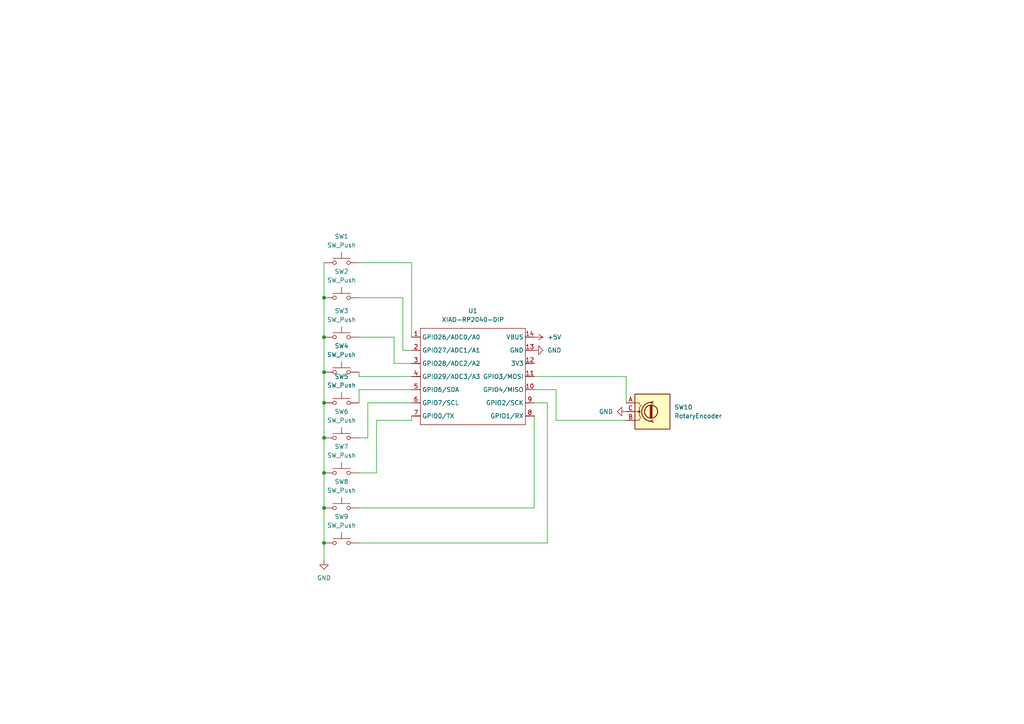
<source format=kicad_sch>
(kicad_sch
	(version 20250114)
	(generator "eeschema")
	(generator_version "9.0")
	(uuid "fee9e498-aafe-401a-86bb-339ffc72bf77")
	(paper "A4")
	(lib_symbols
		(symbol "Device:RotaryEncoder"
			(pin_names
				(offset 0.254)
				(hide yes)
			)
			(exclude_from_sim no)
			(in_bom yes)
			(on_board yes)
			(property "Reference" "SW"
				(at 0 6.604 0)
				(effects
					(font
						(size 1.27 1.27)
					)
				)
			)
			(property "Value" "RotaryEncoder"
				(at 0 -6.604 0)
				(effects
					(font
						(size 1.27 1.27)
					)
				)
			)
			(property "Footprint" ""
				(at -3.81 4.064 0)
				(effects
					(font
						(size 1.27 1.27)
					)
					(hide yes)
				)
			)
			(property "Datasheet" "~"
				(at 0 6.604 0)
				(effects
					(font
						(size 1.27 1.27)
					)
					(hide yes)
				)
			)
			(property "Description" "Rotary encoder, dual channel, incremental quadrate outputs"
				(at 0 0 0)
				(effects
					(font
						(size 1.27 1.27)
					)
					(hide yes)
				)
			)
			(property "ki_keywords" "rotary switch encoder"
				(at 0 0 0)
				(effects
					(font
						(size 1.27 1.27)
					)
					(hide yes)
				)
			)
			(property "ki_fp_filters" "RotaryEncoder*"
				(at 0 0 0)
				(effects
					(font
						(size 1.27 1.27)
					)
					(hide yes)
				)
			)
			(symbol "RotaryEncoder_0_1"
				(rectangle
					(start -5.08 5.08)
					(end 5.08 -5.08)
					(stroke
						(width 0.254)
						(type default)
					)
					(fill
						(type background)
					)
				)
				(polyline
					(pts
						(xy -5.08 2.54) (xy -3.81 2.54) (xy -3.81 2.032)
					)
					(stroke
						(width 0)
						(type default)
					)
					(fill
						(type none)
					)
				)
				(polyline
					(pts
						(xy -5.08 0) (xy -3.81 0) (xy -3.81 -1.016) (xy -3.302 -2.032)
					)
					(stroke
						(width 0)
						(type default)
					)
					(fill
						(type none)
					)
				)
				(polyline
					(pts
						(xy -5.08 -2.54) (xy -3.81 -2.54) (xy -3.81 -2.032)
					)
					(stroke
						(width 0)
						(type default)
					)
					(fill
						(type none)
					)
				)
				(polyline
					(pts
						(xy -4.318 0) (xy -3.81 0) (xy -3.81 1.016) (xy -3.302 2.032)
					)
					(stroke
						(width 0)
						(type default)
					)
					(fill
						(type none)
					)
				)
				(circle
					(center -3.81 0)
					(radius 0.254)
					(stroke
						(width 0)
						(type default)
					)
					(fill
						(type outline)
					)
				)
				(polyline
					(pts
						(xy -0.635 -1.778) (xy -0.635 1.778)
					)
					(stroke
						(width 0.254)
						(type default)
					)
					(fill
						(type none)
					)
				)
				(circle
					(center -0.381 0)
					(radius 1.905)
					(stroke
						(width 0.254)
						(type default)
					)
					(fill
						(type none)
					)
				)
				(polyline
					(pts
						(xy -0.381 -1.778) (xy -0.381 1.778)
					)
					(stroke
						(width 0.254)
						(type default)
					)
					(fill
						(type none)
					)
				)
				(arc
					(start -0.381 -2.794)
					(mid -3.0988 -0.0635)
					(end -0.381 2.667)
					(stroke
						(width 0.254)
						(type default)
					)
					(fill
						(type none)
					)
				)
				(polyline
					(pts
						(xy -0.127 1.778) (xy -0.127 -1.778)
					)
					(stroke
						(width 0.254)
						(type default)
					)
					(fill
						(type none)
					)
				)
				(polyline
					(pts
						(xy 0.254 2.921) (xy -0.508 2.667) (xy 0.127 2.286)
					)
					(stroke
						(width 0.254)
						(type default)
					)
					(fill
						(type none)
					)
				)
				(polyline
					(pts
						(xy 0.254 -3.048) (xy -0.508 -2.794) (xy 0.127 -2.413)
					)
					(stroke
						(width 0.254)
						(type default)
					)
					(fill
						(type none)
					)
				)
			)
			(symbol "RotaryEncoder_1_1"
				(pin passive line
					(at -7.62 2.54 0)
					(length 2.54)
					(name "A"
						(effects
							(font
								(size 1.27 1.27)
							)
						)
					)
					(number "A"
						(effects
							(font
								(size 1.27 1.27)
							)
						)
					)
				)
				(pin passive line
					(at -7.62 0 0)
					(length 2.54)
					(name "C"
						(effects
							(font
								(size 1.27 1.27)
							)
						)
					)
					(number "C"
						(effects
							(font
								(size 1.27 1.27)
							)
						)
					)
				)
				(pin passive line
					(at -7.62 -2.54 0)
					(length 2.54)
					(name "B"
						(effects
							(font
								(size 1.27 1.27)
							)
						)
					)
					(number "B"
						(effects
							(font
								(size 1.27 1.27)
							)
						)
					)
				)
			)
			(embedded_fonts no)
		)
		(symbol "OPL:XIAO-RP2040-DIP"
			(exclude_from_sim no)
			(in_bom yes)
			(on_board yes)
			(property "Reference" "U"
				(at 0 0 0)
				(effects
					(font
						(size 1.27 1.27)
					)
				)
			)
			(property "Value" "XIAO-RP2040-DIP"
				(at 5.334 -1.778 0)
				(effects
					(font
						(size 1.27 1.27)
					)
				)
			)
			(property "Footprint" "Module:MOUDLE14P-XIAO-DIP-SMD"
				(at 14.478 -32.258 0)
				(effects
					(font
						(size 1.27 1.27)
					)
					(hide yes)
				)
			)
			(property "Datasheet" ""
				(at 0 0 0)
				(effects
					(font
						(size 1.27 1.27)
					)
					(hide yes)
				)
			)
			(property "Description" ""
				(at 0 0 0)
				(effects
					(font
						(size 1.27 1.27)
					)
					(hide yes)
				)
			)
			(symbol "XIAO-RP2040-DIP_1_0"
				(polyline
					(pts
						(xy -1.27 -2.54) (xy 29.21 -2.54)
					)
					(stroke
						(width 0.1524)
						(type solid)
					)
					(fill
						(type none)
					)
				)
				(polyline
					(pts
						(xy -1.27 -5.08) (xy -2.54 -5.08)
					)
					(stroke
						(width 0.1524)
						(type solid)
					)
					(fill
						(type none)
					)
				)
				(polyline
					(pts
						(xy -1.27 -5.08) (xy -1.27 -2.54)
					)
					(stroke
						(width 0.1524)
						(type solid)
					)
					(fill
						(type none)
					)
				)
				(polyline
					(pts
						(xy -1.27 -8.89) (xy -2.54 -8.89)
					)
					(stroke
						(width 0.1524)
						(type solid)
					)
					(fill
						(type none)
					)
				)
				(polyline
					(pts
						(xy -1.27 -8.89) (xy -1.27 -5.08)
					)
					(stroke
						(width 0.1524)
						(type solid)
					)
					(fill
						(type none)
					)
				)
				(polyline
					(pts
						(xy -1.27 -12.7) (xy -2.54 -12.7)
					)
					(stroke
						(width 0.1524)
						(type solid)
					)
					(fill
						(type none)
					)
				)
				(polyline
					(pts
						(xy -1.27 -12.7) (xy -1.27 -8.89)
					)
					(stroke
						(width 0.1524)
						(type solid)
					)
					(fill
						(type none)
					)
				)
				(polyline
					(pts
						(xy -1.27 -16.51) (xy -2.54 -16.51)
					)
					(stroke
						(width 0.1524)
						(type solid)
					)
					(fill
						(type none)
					)
				)
				(polyline
					(pts
						(xy -1.27 -16.51) (xy -1.27 -12.7)
					)
					(stroke
						(width 0.1524)
						(type solid)
					)
					(fill
						(type none)
					)
				)
				(polyline
					(pts
						(xy -1.27 -20.32) (xy -2.54 -20.32)
					)
					(stroke
						(width 0.1524)
						(type solid)
					)
					(fill
						(type none)
					)
				)
				(polyline
					(pts
						(xy -1.27 -24.13) (xy -2.54 -24.13)
					)
					(stroke
						(width 0.1524)
						(type solid)
					)
					(fill
						(type none)
					)
				)
				(polyline
					(pts
						(xy -1.27 -27.94) (xy -2.54 -27.94)
					)
					(stroke
						(width 0.1524)
						(type solid)
					)
					(fill
						(type none)
					)
				)
				(polyline
					(pts
						(xy -1.27 -30.48) (xy -1.27 -16.51)
					)
					(stroke
						(width 0.1524)
						(type solid)
					)
					(fill
						(type none)
					)
				)
				(polyline
					(pts
						(xy 29.21 -2.54) (xy 29.21 -5.08)
					)
					(stroke
						(width 0.1524)
						(type solid)
					)
					(fill
						(type none)
					)
				)
				(polyline
					(pts
						(xy 29.21 -5.08) (xy 29.21 -8.89)
					)
					(stroke
						(width 0.1524)
						(type solid)
					)
					(fill
						(type none)
					)
				)
				(polyline
					(pts
						(xy 29.21 -8.89) (xy 29.21 -12.7)
					)
					(stroke
						(width 0.1524)
						(type solid)
					)
					(fill
						(type none)
					)
				)
				(polyline
					(pts
						(xy 29.21 -12.7) (xy 29.21 -30.48)
					)
					(stroke
						(width 0.1524)
						(type solid)
					)
					(fill
						(type none)
					)
				)
				(polyline
					(pts
						(xy 29.21 -30.48) (xy -1.27 -30.48)
					)
					(stroke
						(width 0.1524)
						(type solid)
					)
					(fill
						(type none)
					)
				)
				(polyline
					(pts
						(xy 30.48 -5.08) (xy 29.21 -5.08)
					)
					(stroke
						(width 0.1524)
						(type solid)
					)
					(fill
						(type none)
					)
				)
				(polyline
					(pts
						(xy 30.48 -8.89) (xy 29.21 -8.89)
					)
					(stroke
						(width 0.1524)
						(type solid)
					)
					(fill
						(type none)
					)
				)
				(polyline
					(pts
						(xy 30.48 -12.7) (xy 29.21 -12.7)
					)
					(stroke
						(width 0.1524)
						(type solid)
					)
					(fill
						(type none)
					)
				)
				(polyline
					(pts
						(xy 30.48 -16.51) (xy 29.21 -16.51)
					)
					(stroke
						(width 0.1524)
						(type solid)
					)
					(fill
						(type none)
					)
				)
				(polyline
					(pts
						(xy 30.48 -20.32) (xy 29.21 -20.32)
					)
					(stroke
						(width 0.1524)
						(type solid)
					)
					(fill
						(type none)
					)
				)
				(polyline
					(pts
						(xy 30.48 -24.13) (xy 29.21 -24.13)
					)
					(stroke
						(width 0.1524)
						(type solid)
					)
					(fill
						(type none)
					)
				)
				(polyline
					(pts
						(xy 30.48 -27.94) (xy 29.21 -27.94)
					)
					(stroke
						(width 0.1524)
						(type solid)
					)
					(fill
						(type none)
					)
				)
				(pin passive line
					(at -3.81 -5.08 0)
					(length 2.54)
					(name "GPIO26/ADC0/A0"
						(effects
							(font
								(size 1.27 1.27)
							)
						)
					)
					(number "1"
						(effects
							(font
								(size 1.27 1.27)
							)
						)
					)
				)
				(pin passive line
					(at -3.81 -8.89 0)
					(length 2.54)
					(name "GPIO27/ADC1/A1"
						(effects
							(font
								(size 1.27 1.27)
							)
						)
					)
					(number "2"
						(effects
							(font
								(size 1.27 1.27)
							)
						)
					)
				)
				(pin passive line
					(at -3.81 -12.7 0)
					(length 2.54)
					(name "GPIO28/ADC2/A2"
						(effects
							(font
								(size 1.27 1.27)
							)
						)
					)
					(number "3"
						(effects
							(font
								(size 1.27 1.27)
							)
						)
					)
				)
				(pin passive line
					(at -3.81 -16.51 0)
					(length 2.54)
					(name "GPIO29/ADC3/A3"
						(effects
							(font
								(size 1.27 1.27)
							)
						)
					)
					(number "4"
						(effects
							(font
								(size 1.27 1.27)
							)
						)
					)
				)
				(pin passive line
					(at -3.81 -20.32 0)
					(length 2.54)
					(name "GPIO6/SDA"
						(effects
							(font
								(size 1.27 1.27)
							)
						)
					)
					(number "5"
						(effects
							(font
								(size 1.27 1.27)
							)
						)
					)
				)
				(pin passive line
					(at -3.81 -24.13 0)
					(length 2.54)
					(name "GPIO7/SCL"
						(effects
							(font
								(size 1.27 1.27)
							)
						)
					)
					(number "6"
						(effects
							(font
								(size 1.27 1.27)
							)
						)
					)
				)
				(pin passive line
					(at -3.81 -27.94 0)
					(length 2.54)
					(name "GPIO0/TX"
						(effects
							(font
								(size 1.27 1.27)
							)
						)
					)
					(number "7"
						(effects
							(font
								(size 1.27 1.27)
							)
						)
					)
				)
				(pin passive line
					(at 31.75 -5.08 180)
					(length 2.54)
					(name "VBUS"
						(effects
							(font
								(size 1.27 1.27)
							)
						)
					)
					(number "14"
						(effects
							(font
								(size 1.27 1.27)
							)
						)
					)
				)
				(pin passive line
					(at 31.75 -8.89 180)
					(length 2.54)
					(name "GND"
						(effects
							(font
								(size 1.27 1.27)
							)
						)
					)
					(number "13"
						(effects
							(font
								(size 1.27 1.27)
							)
						)
					)
				)
				(pin passive line
					(at 31.75 -12.7 180)
					(length 2.54)
					(name "3V3"
						(effects
							(font
								(size 1.27 1.27)
							)
						)
					)
					(number "12"
						(effects
							(font
								(size 1.27 1.27)
							)
						)
					)
				)
				(pin passive line
					(at 31.75 -16.51 180)
					(length 2.54)
					(name "GPIO3/MOSI"
						(effects
							(font
								(size 1.27 1.27)
							)
						)
					)
					(number "11"
						(effects
							(font
								(size 1.27 1.27)
							)
						)
					)
				)
				(pin passive line
					(at 31.75 -20.32 180)
					(length 2.54)
					(name "GPIO4/MISO"
						(effects
							(font
								(size 1.27 1.27)
							)
						)
					)
					(number "10"
						(effects
							(font
								(size 1.27 1.27)
							)
						)
					)
				)
				(pin passive line
					(at 31.75 -24.13 180)
					(length 2.54)
					(name "GPIO2/SCK"
						(effects
							(font
								(size 1.27 1.27)
							)
						)
					)
					(number "9"
						(effects
							(font
								(size 1.27 1.27)
							)
						)
					)
				)
				(pin passive line
					(at 31.75 -27.94 180)
					(length 2.54)
					(name "GPIO1/RX"
						(effects
							(font
								(size 1.27 1.27)
							)
						)
					)
					(number "8"
						(effects
							(font
								(size 1.27 1.27)
							)
						)
					)
				)
			)
			(embedded_fonts no)
		)
		(symbol "Switch:SW_Push"
			(pin_numbers
				(hide yes)
			)
			(pin_names
				(offset 1.016)
				(hide yes)
			)
			(exclude_from_sim no)
			(in_bom yes)
			(on_board yes)
			(property "Reference" "SW"
				(at 1.27 2.54 0)
				(effects
					(font
						(size 1.27 1.27)
					)
					(justify left)
				)
			)
			(property "Value" "SW_Push"
				(at 0 -1.524 0)
				(effects
					(font
						(size 1.27 1.27)
					)
				)
			)
			(property "Footprint" ""
				(at 0 5.08 0)
				(effects
					(font
						(size 1.27 1.27)
					)
					(hide yes)
				)
			)
			(property "Datasheet" "~"
				(at 0 5.08 0)
				(effects
					(font
						(size 1.27 1.27)
					)
					(hide yes)
				)
			)
			(property "Description" "Push button switch, generic, two pins"
				(at 0 0 0)
				(effects
					(font
						(size 1.27 1.27)
					)
					(hide yes)
				)
			)
			(property "ki_keywords" "switch normally-open pushbutton push-button"
				(at 0 0 0)
				(effects
					(font
						(size 1.27 1.27)
					)
					(hide yes)
				)
			)
			(symbol "SW_Push_0_1"
				(circle
					(center -2.032 0)
					(radius 0.508)
					(stroke
						(width 0)
						(type default)
					)
					(fill
						(type none)
					)
				)
				(polyline
					(pts
						(xy 0 1.27) (xy 0 3.048)
					)
					(stroke
						(width 0)
						(type default)
					)
					(fill
						(type none)
					)
				)
				(circle
					(center 2.032 0)
					(radius 0.508)
					(stroke
						(width 0)
						(type default)
					)
					(fill
						(type none)
					)
				)
				(polyline
					(pts
						(xy 2.54 1.27) (xy -2.54 1.27)
					)
					(stroke
						(width 0)
						(type default)
					)
					(fill
						(type none)
					)
				)
				(pin passive line
					(at -5.08 0 0)
					(length 2.54)
					(name "1"
						(effects
							(font
								(size 1.27 1.27)
							)
						)
					)
					(number "1"
						(effects
							(font
								(size 1.27 1.27)
							)
						)
					)
				)
				(pin passive line
					(at 5.08 0 180)
					(length 2.54)
					(name "2"
						(effects
							(font
								(size 1.27 1.27)
							)
						)
					)
					(number "2"
						(effects
							(font
								(size 1.27 1.27)
							)
						)
					)
				)
			)
			(embedded_fonts no)
		)
		(symbol "power:+5V"
			(power)
			(pin_numbers
				(hide yes)
			)
			(pin_names
				(offset 0)
				(hide yes)
			)
			(exclude_from_sim no)
			(in_bom yes)
			(on_board yes)
			(property "Reference" "#PWR"
				(at 0 -3.81 0)
				(effects
					(font
						(size 1.27 1.27)
					)
					(hide yes)
				)
			)
			(property "Value" "+5V"
				(at 0 3.556 0)
				(effects
					(font
						(size 1.27 1.27)
					)
				)
			)
			(property "Footprint" ""
				(at 0 0 0)
				(effects
					(font
						(size 1.27 1.27)
					)
					(hide yes)
				)
			)
			(property "Datasheet" ""
				(at 0 0 0)
				(effects
					(font
						(size 1.27 1.27)
					)
					(hide yes)
				)
			)
			(property "Description" "Power symbol creates a global label with name \"+5V\""
				(at 0 0 0)
				(effects
					(font
						(size 1.27 1.27)
					)
					(hide yes)
				)
			)
			(property "ki_keywords" "global power"
				(at 0 0 0)
				(effects
					(font
						(size 1.27 1.27)
					)
					(hide yes)
				)
			)
			(symbol "+5V_0_1"
				(polyline
					(pts
						(xy -0.762 1.27) (xy 0 2.54)
					)
					(stroke
						(width 0)
						(type default)
					)
					(fill
						(type none)
					)
				)
				(polyline
					(pts
						(xy 0 2.54) (xy 0.762 1.27)
					)
					(stroke
						(width 0)
						(type default)
					)
					(fill
						(type none)
					)
				)
				(polyline
					(pts
						(xy 0 0) (xy 0 2.54)
					)
					(stroke
						(width 0)
						(type default)
					)
					(fill
						(type none)
					)
				)
			)
			(symbol "+5V_1_1"
				(pin power_in line
					(at 0 0 90)
					(length 0)
					(name "~"
						(effects
							(font
								(size 1.27 1.27)
							)
						)
					)
					(number "1"
						(effects
							(font
								(size 1.27 1.27)
							)
						)
					)
				)
			)
			(embedded_fonts no)
		)
		(symbol "power:GND"
			(power)
			(pin_numbers
				(hide yes)
			)
			(pin_names
				(offset 0)
				(hide yes)
			)
			(exclude_from_sim no)
			(in_bom yes)
			(on_board yes)
			(property "Reference" "#PWR"
				(at 0 -6.35 0)
				(effects
					(font
						(size 1.27 1.27)
					)
					(hide yes)
				)
			)
			(property "Value" "GND"
				(at 0 -3.81 0)
				(effects
					(font
						(size 1.27 1.27)
					)
				)
			)
			(property "Footprint" ""
				(at 0 0 0)
				(effects
					(font
						(size 1.27 1.27)
					)
					(hide yes)
				)
			)
			(property "Datasheet" ""
				(at 0 0 0)
				(effects
					(font
						(size 1.27 1.27)
					)
					(hide yes)
				)
			)
			(property "Description" "Power symbol creates a global label with name \"GND\" , ground"
				(at 0 0 0)
				(effects
					(font
						(size 1.27 1.27)
					)
					(hide yes)
				)
			)
			(property "ki_keywords" "global power"
				(at 0 0 0)
				(effects
					(font
						(size 1.27 1.27)
					)
					(hide yes)
				)
			)
			(symbol "GND_0_1"
				(polyline
					(pts
						(xy 0 0) (xy 0 -1.27) (xy 1.27 -1.27) (xy 0 -2.54) (xy -1.27 -1.27) (xy 0 -1.27)
					)
					(stroke
						(width 0)
						(type default)
					)
					(fill
						(type none)
					)
				)
			)
			(symbol "GND_1_1"
				(pin power_in line
					(at 0 0 270)
					(length 0)
					(name "~"
						(effects
							(font
								(size 1.27 1.27)
							)
						)
					)
					(number "1"
						(effects
							(font
								(size 1.27 1.27)
							)
						)
					)
				)
			)
			(embedded_fonts no)
		)
	)
	(junction
		(at 93.98 116.84)
		(diameter 0)
		(color 0 0 0 0)
		(uuid "0403dc58-cb85-417d-be95-bb2fa302b2c9")
	)
	(junction
		(at 93.98 127)
		(diameter 0)
		(color 0 0 0 0)
		(uuid "0936befe-d6c7-4d58-a8a2-bd1706938f44")
	)
	(junction
		(at 93.98 107.95)
		(diameter 0)
		(color 0 0 0 0)
		(uuid "56748d58-b348-4fbf-af11-261eb8bb1ae8")
	)
	(junction
		(at 93.98 157.48)
		(diameter 0)
		(color 0 0 0 0)
		(uuid "598d39ec-927b-4fd4-8371-337a10290bdc")
	)
	(junction
		(at 93.98 147.32)
		(diameter 0)
		(color 0 0 0 0)
		(uuid "65ae3b63-048a-45ee-bad1-d3c47db7242c")
	)
	(junction
		(at 93.98 137.16)
		(diameter 0)
		(color 0 0 0 0)
		(uuid "a114b275-d6f1-4334-87ce-16ea370f5b12")
	)
	(junction
		(at 93.98 97.79)
		(diameter 0)
		(color 0 0 0 0)
		(uuid "e952b920-aa07-4315-887b-2f09461f90b2")
	)
	(junction
		(at 93.98 86.36)
		(diameter 0)
		(color 0 0 0 0)
		(uuid "ed9d9c1c-fd25-4987-8808-1a22e1d28f7c")
	)
	(wire
		(pts
			(xy 109.22 137.16) (xy 104.14 137.16)
		)
		(stroke
			(width 0)
			(type default)
		)
		(uuid "03f2bb99-2e24-4787-b0f4-a0a13299c968")
	)
	(wire
		(pts
			(xy 93.98 107.95) (xy 93.98 116.84)
		)
		(stroke
			(width 0)
			(type default)
		)
		(uuid "10228257-6033-4a29-9809-9ad2201565e2")
	)
	(wire
		(pts
			(xy 181.61 109.22) (xy 181.61 116.84)
		)
		(stroke
			(width 0)
			(type default)
		)
		(uuid "246043ca-fa29-46be-b2ec-aacedad5d651")
	)
	(wire
		(pts
			(xy 154.94 147.32) (xy 104.14 147.32)
		)
		(stroke
			(width 0)
			(type default)
		)
		(uuid "33aa1529-3c45-48a1-9393-a877a545b094")
	)
	(wire
		(pts
			(xy 93.98 76.2) (xy 93.98 86.36)
		)
		(stroke
			(width 0)
			(type default)
		)
		(uuid "38bb19ce-5af8-4dc9-976e-0ac558dfcf55")
	)
	(wire
		(pts
			(xy 93.98 157.48) (xy 93.98 162.56)
		)
		(stroke
			(width 0)
			(type default)
		)
		(uuid "3c52fded-ed7b-4277-b6b0-733cc16f36b8")
	)
	(wire
		(pts
			(xy 119.38 116.84) (xy 106.68 116.84)
		)
		(stroke
			(width 0)
			(type default)
		)
		(uuid "4c14e67e-922e-41db-ac8f-91633a1f00c7")
	)
	(wire
		(pts
			(xy 116.84 101.6) (xy 116.84 86.36)
		)
		(stroke
			(width 0)
			(type default)
		)
		(uuid "52452f11-ca33-4de7-b149-004103fbbca1")
	)
	(wire
		(pts
			(xy 154.94 109.22) (xy 181.61 109.22)
		)
		(stroke
			(width 0)
			(type default)
		)
		(uuid "5fa1e075-8cf5-4ec1-b035-ce17f3f344b8")
	)
	(wire
		(pts
			(xy 119.38 97.79) (xy 119.38 76.2)
		)
		(stroke
			(width 0)
			(type default)
		)
		(uuid "68173019-16d9-4e3c-a8ca-c031dd68a3a7")
	)
	(wire
		(pts
			(xy 119.38 101.6) (xy 116.84 101.6)
		)
		(stroke
			(width 0)
			(type default)
		)
		(uuid "68be42e8-fdb9-4969-90a9-c25da6c4b1a3")
	)
	(wire
		(pts
			(xy 119.38 120.65) (xy 119.38 121.92)
		)
		(stroke
			(width 0)
			(type default)
		)
		(uuid "6c4e00f5-6225-449c-93ef-168e6684fd98")
	)
	(wire
		(pts
			(xy 104.14 109.22) (xy 104.14 107.95)
		)
		(stroke
			(width 0)
			(type default)
		)
		(uuid "7642aebc-33c4-4042-b566-f5a0d3f77e32")
	)
	(wire
		(pts
			(xy 93.98 147.32) (xy 93.98 157.48)
		)
		(stroke
			(width 0)
			(type default)
		)
		(uuid "768a0b79-c745-43d7-9619-1fcedef1eb02")
	)
	(wire
		(pts
			(xy 119.38 105.41) (xy 114.3 105.41)
		)
		(stroke
			(width 0)
			(type default)
		)
		(uuid "7f57e9e8-e9d3-4ff8-8fc4-6171d02271e2")
	)
	(wire
		(pts
			(xy 154.94 120.65) (xy 154.94 147.32)
		)
		(stroke
			(width 0)
			(type default)
		)
		(uuid "84c6b7a8-ca7a-4db1-b1ca-90b45f082704")
	)
	(wire
		(pts
			(xy 93.98 137.16) (xy 93.98 147.32)
		)
		(stroke
			(width 0)
			(type default)
		)
		(uuid "895ef717-5964-4c9e-9a9f-7377d94d4848")
	)
	(wire
		(pts
			(xy 93.98 127) (xy 93.98 137.16)
		)
		(stroke
			(width 0)
			(type default)
		)
		(uuid "8d24cbd2-791e-4068-8336-e08b571abdb1")
	)
	(wire
		(pts
			(xy 93.98 86.36) (xy 93.98 97.79)
		)
		(stroke
			(width 0)
			(type default)
		)
		(uuid "92c78bd7-aef4-47cc-963e-827bff46817e")
	)
	(wire
		(pts
			(xy 93.98 116.84) (xy 93.98 127)
		)
		(stroke
			(width 0)
			(type default)
		)
		(uuid "94a8b621-2b29-4b5f-86e7-6e1bd520f8fa")
	)
	(wire
		(pts
			(xy 114.3 97.79) (xy 104.14 97.79)
		)
		(stroke
			(width 0)
			(type default)
		)
		(uuid "955582de-ebaf-407e-9d48-55a437f94b98")
	)
	(wire
		(pts
			(xy 161.29 121.92) (xy 181.61 121.92)
		)
		(stroke
			(width 0)
			(type default)
		)
		(uuid "989d7d07-d800-4296-a892-1af0f1750539")
	)
	(wire
		(pts
			(xy 161.29 113.03) (xy 161.29 121.92)
		)
		(stroke
			(width 0)
			(type default)
		)
		(uuid "a38bf183-49e3-44ff-9243-a20e87ce649e")
	)
	(wire
		(pts
			(xy 116.84 86.36) (xy 104.14 86.36)
		)
		(stroke
			(width 0)
			(type default)
		)
		(uuid "a93d6126-3588-4791-b7a9-b4b73732b1f1")
	)
	(wire
		(pts
			(xy 158.75 116.84) (xy 158.75 157.48)
		)
		(stroke
			(width 0)
			(type default)
		)
		(uuid "ae70b0ed-7589-4ae5-86da-197e3668a568")
	)
	(wire
		(pts
			(xy 106.68 116.84) (xy 106.68 127)
		)
		(stroke
			(width 0)
			(type default)
		)
		(uuid "b6e94604-a4fb-4446-90e2-e11f13e279a8")
	)
	(wire
		(pts
			(xy 104.14 127) (xy 106.68 127)
		)
		(stroke
			(width 0)
			(type default)
		)
		(uuid "b6ff73d4-5063-4eeb-9c24-f5f8e8f5543f")
	)
	(wire
		(pts
			(xy 154.94 116.84) (xy 158.75 116.84)
		)
		(stroke
			(width 0)
			(type default)
		)
		(uuid "bf65996a-9773-4a3f-97d2-74a39811be8e")
	)
	(wire
		(pts
			(xy 119.38 109.22) (xy 104.14 109.22)
		)
		(stroke
			(width 0)
			(type default)
		)
		(uuid "bf90d162-8127-4a56-b12e-0a81fc2c30ea")
	)
	(wire
		(pts
			(xy 119.38 113.03) (xy 104.14 113.03)
		)
		(stroke
			(width 0)
			(type default)
		)
		(uuid "c096281c-0879-42d7-ae68-2e5b0d7434f4")
	)
	(wire
		(pts
			(xy 154.94 113.03) (xy 161.29 113.03)
		)
		(stroke
			(width 0)
			(type default)
		)
		(uuid "c6875361-1d58-4f14-ad24-7ff523a88421")
	)
	(wire
		(pts
			(xy 104.14 113.03) (xy 104.14 116.84)
		)
		(stroke
			(width 0)
			(type default)
		)
		(uuid "d2ce182b-fa23-436f-b9e9-b80be6a7c388")
	)
	(wire
		(pts
			(xy 93.98 97.79) (xy 93.98 107.95)
		)
		(stroke
			(width 0)
			(type default)
		)
		(uuid "d9a32736-8c63-4003-8a50-52d10ed4a8c7")
	)
	(wire
		(pts
			(xy 114.3 105.41) (xy 114.3 97.79)
		)
		(stroke
			(width 0)
			(type default)
		)
		(uuid "df200951-540d-451a-990f-7a056cb51f30")
	)
	(wire
		(pts
			(xy 119.38 121.92) (xy 109.22 121.92)
		)
		(stroke
			(width 0)
			(type default)
		)
		(uuid "e047541a-cedf-4ea4-97a6-35f40454a219")
	)
	(wire
		(pts
			(xy 119.38 76.2) (xy 104.14 76.2)
		)
		(stroke
			(width 0)
			(type default)
		)
		(uuid "e196d8fe-f644-4603-99ae-2c511b0f08e9")
	)
	(wire
		(pts
			(xy 109.22 121.92) (xy 109.22 137.16)
		)
		(stroke
			(width 0)
			(type default)
		)
		(uuid "eec51b86-5a70-48cd-8b98-f57ad3233b9c")
	)
	(wire
		(pts
			(xy 158.75 157.48) (xy 104.14 157.48)
		)
		(stroke
			(width 0)
			(type default)
		)
		(uuid "f21e7efd-2f3b-4187-82f1-6e0187514c1f")
	)
	(symbol
		(lib_id "Switch:SW_Push")
		(at 99.06 97.79 0)
		(unit 1)
		(exclude_from_sim no)
		(in_bom yes)
		(on_board yes)
		(dnp no)
		(uuid "0e96af7b-5f51-4445-bffa-f6c6adb302e6")
		(property "Reference" "SW3"
			(at 99.06 90.17 0)
			(effects
				(font
					(size 1.27 1.27)
				)
			)
		)
		(property "Value" "SW_Push"
			(at 99.06 92.71 0)
			(effects
				(font
					(size 1.27 1.27)
				)
			)
		)
		(property "Footprint" "Button_Switch_Keyboard:SW_Cherry_MX_1.00u_PCB"
			(at 99.06 92.71 0)
			(effects
				(font
					(size 1.27 1.27)
				)
				(hide yes)
			)
		)
		(property "Datasheet" "~"
			(at 99.06 92.71 0)
			(effects
				(font
					(size 1.27 1.27)
				)
				(hide yes)
			)
		)
		(property "Description" "Push button switch, generic, two pins"
			(at 99.06 97.79 0)
			(effects
				(font
					(size 1.27 1.27)
				)
				(hide yes)
			)
		)
		(pin "1"
			(uuid "85e01c94-e52e-4362-afc7-5780b3ea875c")
		)
		(pin "2"
			(uuid "4ba2e69d-204b-479b-b5ee-0161a3863290")
		)
		(instances
			(project "Macro pad"
				(path "/fee9e498-aafe-401a-86bb-339ffc72bf77"
					(reference "SW3")
					(unit 1)
				)
			)
		)
	)
	(symbol
		(lib_id "power:GND")
		(at 181.61 119.38 270)
		(unit 1)
		(exclude_from_sim no)
		(in_bom yes)
		(on_board yes)
		(dnp no)
		(fields_autoplaced yes)
		(uuid "0f9ae99e-a10c-4608-af94-d5f900766b16")
		(property "Reference" "#PWR03"
			(at 175.26 119.38 0)
			(effects
				(font
					(size 1.27 1.27)
				)
				(hide yes)
			)
		)
		(property "Value" "GND"
			(at 177.8 119.3799 90)
			(effects
				(font
					(size 1.27 1.27)
				)
				(justify right)
			)
		)
		(property "Footprint" ""
			(at 181.61 119.38 0)
			(effects
				(font
					(size 1.27 1.27)
				)
				(hide yes)
			)
		)
		(property "Datasheet" ""
			(at 181.61 119.38 0)
			(effects
				(font
					(size 1.27 1.27)
				)
				(hide yes)
			)
		)
		(property "Description" "Power symbol creates a global label with name \"GND\" , ground"
			(at 181.61 119.38 0)
			(effects
				(font
					(size 1.27 1.27)
				)
				(hide yes)
			)
		)
		(pin "1"
			(uuid "a7215b85-1557-4d40-a747-03b5564123cd")
		)
		(instances
			(project ""
				(path "/fee9e498-aafe-401a-86bb-339ffc72bf77"
					(reference "#PWR03")
					(unit 1)
				)
			)
		)
	)
	(symbol
		(lib_id "Device:RotaryEncoder")
		(at 189.23 119.38 0)
		(unit 1)
		(exclude_from_sim no)
		(in_bom yes)
		(on_board yes)
		(dnp no)
		(fields_autoplaced yes)
		(uuid "1d4f4547-a869-4dd4-9ff0-cb4889c65c9f")
		(property "Reference" "SW10"
			(at 195.58 118.1099 0)
			(effects
				(font
					(size 1.27 1.27)
				)
				(justify left)
			)
		)
		(property "Value" "RotaryEncoder"
			(at 195.58 120.6499 0)
			(effects
				(font
					(size 1.27 1.27)
				)
				(justify left)
			)
		)
		(property "Footprint" "BPL:RotaryEncoder_Alps_EC11E-Switch_Vertical_H20mm"
			(at 185.42 115.316 0)
			(effects
				(font
					(size 1.27 1.27)
				)
				(hide yes)
			)
		)
		(property "Datasheet" "~"
			(at 189.23 112.776 0)
			(effects
				(font
					(size 1.27 1.27)
				)
				(hide yes)
			)
		)
		(property "Description" "Rotary encoder, dual channel, incremental quadrate outputs"
			(at 189.23 119.38 0)
			(effects
				(font
					(size 1.27 1.27)
				)
				(hide yes)
			)
		)
		(pin "A"
			(uuid "d6862028-1220-4a39-8ae2-8b022c2f1dfc")
		)
		(pin "C"
			(uuid "d485d196-0c61-452c-a197-f101745b1d14")
		)
		(pin "B"
			(uuid "32a45eca-957b-4a32-a685-b9ab18fd1391")
		)
		(instances
			(project ""
				(path "/fee9e498-aafe-401a-86bb-339ffc72bf77"
					(reference "SW10")
					(unit 1)
				)
			)
		)
	)
	(symbol
		(lib_id "power:GND")
		(at 154.94 101.6 90)
		(unit 1)
		(exclude_from_sim no)
		(in_bom yes)
		(on_board yes)
		(dnp no)
		(fields_autoplaced yes)
		(uuid "2a4801b6-df3b-451f-ad04-6a94b245bc95")
		(property "Reference" "#PWR02"
			(at 161.29 101.6 0)
			(effects
				(font
					(size 1.27 1.27)
				)
				(hide yes)
			)
		)
		(property "Value" "GND"
			(at 158.75 101.5999 90)
			(effects
				(font
					(size 1.27 1.27)
				)
				(justify right)
			)
		)
		(property "Footprint" ""
			(at 154.94 101.6 0)
			(effects
				(font
					(size 1.27 1.27)
				)
				(hide yes)
			)
		)
		(property "Datasheet" ""
			(at 154.94 101.6 0)
			(effects
				(font
					(size 1.27 1.27)
				)
				(hide yes)
			)
		)
		(property "Description" "Power symbol creates a global label with name \"GND\" , ground"
			(at 154.94 101.6 0)
			(effects
				(font
					(size 1.27 1.27)
				)
				(hide yes)
			)
		)
		(pin "1"
			(uuid "067a865a-0569-49dc-b58a-415584db9b7d")
		)
		(instances
			(project ""
				(path "/fee9e498-aafe-401a-86bb-339ffc72bf77"
					(reference "#PWR02")
					(unit 1)
				)
			)
		)
	)
	(symbol
		(lib_id "power:GND")
		(at 93.98 162.56 0)
		(unit 1)
		(exclude_from_sim no)
		(in_bom yes)
		(on_board yes)
		(dnp no)
		(fields_autoplaced yes)
		(uuid "2e101172-13d9-43a5-b736-254a0ba1cec2")
		(property "Reference" "#PWR01"
			(at 93.98 168.91 0)
			(effects
				(font
					(size 1.27 1.27)
				)
				(hide yes)
			)
		)
		(property "Value" "GND"
			(at 93.98 167.64 0)
			(effects
				(font
					(size 1.27 1.27)
				)
			)
		)
		(property "Footprint" ""
			(at 93.98 162.56 0)
			(effects
				(font
					(size 1.27 1.27)
				)
				(hide yes)
			)
		)
		(property "Datasheet" ""
			(at 93.98 162.56 0)
			(effects
				(font
					(size 1.27 1.27)
				)
				(hide yes)
			)
		)
		(property "Description" "Power symbol creates a global label with name \"GND\" , ground"
			(at 93.98 162.56 0)
			(effects
				(font
					(size 1.27 1.27)
				)
				(hide yes)
			)
		)
		(pin "1"
			(uuid "71660ea6-b126-4869-a431-6bd3b755e55e")
		)
		(instances
			(project ""
				(path "/fee9e498-aafe-401a-86bb-339ffc72bf77"
					(reference "#PWR01")
					(unit 1)
				)
			)
		)
	)
	(symbol
		(lib_id "power:+5V")
		(at 154.94 97.79 270)
		(unit 1)
		(exclude_from_sim no)
		(in_bom yes)
		(on_board yes)
		(dnp no)
		(fields_autoplaced yes)
		(uuid "34350e3a-e75e-4823-9c4c-57a50a6a4885")
		(property "Reference" "#PWR04"
			(at 151.13 97.79 0)
			(effects
				(font
					(size 1.27 1.27)
				)
				(hide yes)
			)
		)
		(property "Value" "+5V"
			(at 158.75 97.7899 90)
			(effects
				(font
					(size 1.27 1.27)
				)
				(justify left)
			)
		)
		(property "Footprint" ""
			(at 154.94 97.79 0)
			(effects
				(font
					(size 1.27 1.27)
				)
				(hide yes)
			)
		)
		(property "Datasheet" ""
			(at 154.94 97.79 0)
			(effects
				(font
					(size 1.27 1.27)
				)
				(hide yes)
			)
		)
		(property "Description" "Power symbol creates a global label with name \"+5V\""
			(at 154.94 97.79 0)
			(effects
				(font
					(size 1.27 1.27)
				)
				(hide yes)
			)
		)
		(pin "1"
			(uuid "5b73b50d-1d4c-4f0e-a687-00ed2304472a")
		)
		(instances
			(project ""
				(path "/fee9e498-aafe-401a-86bb-339ffc72bf77"
					(reference "#PWR04")
					(unit 1)
				)
			)
		)
	)
	(symbol
		(lib_id "Switch:SW_Push")
		(at 99.06 157.48 0)
		(unit 1)
		(exclude_from_sim no)
		(in_bom yes)
		(on_board yes)
		(dnp no)
		(fields_autoplaced yes)
		(uuid "3b6d4387-5a10-4845-943a-f7787f2d00ca")
		(property "Reference" "SW9"
			(at 99.06 149.86 0)
			(effects
				(font
					(size 1.27 1.27)
				)
			)
		)
		(property "Value" "SW_Push"
			(at 99.06 152.4 0)
			(effects
				(font
					(size 1.27 1.27)
				)
			)
		)
		(property "Footprint" "Button_Switch_Keyboard:SW_Cherry_MX_1.00u_PCB"
			(at 99.06 152.4 0)
			(effects
				(font
					(size 1.27 1.27)
				)
				(hide yes)
			)
		)
		(property "Datasheet" "~"
			(at 99.06 152.4 0)
			(effects
				(font
					(size 1.27 1.27)
				)
				(hide yes)
			)
		)
		(property "Description" "Push button switch, generic, two pins"
			(at 99.06 157.48 0)
			(effects
				(font
					(size 1.27 1.27)
				)
				(hide yes)
			)
		)
		(pin "1"
			(uuid "642bac9e-dcf6-496b-8f93-de8133bbdb66")
		)
		(pin "2"
			(uuid "99fa99bd-aaff-4067-8503-05f48b3e56fd")
		)
		(instances
			(project "Macro pad"
				(path "/fee9e498-aafe-401a-86bb-339ffc72bf77"
					(reference "SW9")
					(unit 1)
				)
			)
		)
	)
	(symbol
		(lib_id "OPL:XIAO-RP2040-DIP")
		(at 123.19 92.71 0)
		(unit 1)
		(exclude_from_sim no)
		(in_bom yes)
		(on_board yes)
		(dnp no)
		(fields_autoplaced yes)
		(uuid "5f7e330e-d3ef-4327-8eff-d930b762f549")
		(property "Reference" "U1"
			(at 137.16 90.17 0)
			(effects
				(font
					(size 1.27 1.27)
				)
			)
		)
		(property "Value" "XIAO-RP2040-DIP"
			(at 137.16 92.71 0)
			(effects
				(font
					(size 1.27 1.27)
				)
			)
		)
		(property "Footprint" "OPL:XIAO-RP2040-DIP"
			(at 137.668 124.968 0)
			(effects
				(font
					(size 1.27 1.27)
				)
				(hide yes)
			)
		)
		(property "Datasheet" ""
			(at 123.19 92.71 0)
			(effects
				(font
					(size 1.27 1.27)
				)
				(hide yes)
			)
		)
		(property "Description" ""
			(at 123.19 92.71 0)
			(effects
				(font
					(size 1.27 1.27)
				)
				(hide yes)
			)
		)
		(pin "11"
			(uuid "709a457a-a46e-47cf-a8fa-03b24a8ed1ec")
		)
		(pin "9"
			(uuid "22bc6d9d-0c7b-4846-b036-70316ce905f7")
		)
		(pin "7"
			(uuid "d79576dd-fa62-4835-ada2-c880a720a807")
		)
		(pin "13"
			(uuid "937cd323-9b68-4dc5-9dd2-0c4bc88befa1")
		)
		(pin "4"
			(uuid "f48fe569-7a1f-4baf-923f-ebb0cf5b9f4d")
		)
		(pin "2"
			(uuid "f6f03c30-29c4-4285-bd07-81ad3bca2edd")
		)
		(pin "3"
			(uuid "00738935-0969-482a-8e16-44fe0994cf34")
		)
		(pin "6"
			(uuid "77da1674-315a-4e50-acec-97afb653caa7")
		)
		(pin "14"
			(uuid "24a9a1d5-3ab9-4a57-b54f-84c900fd35c1")
		)
		(pin "5"
			(uuid "2b95e569-fb32-4c30-bf94-cb1d26109ddf")
		)
		(pin "12"
			(uuid "a921ef63-0ddf-4917-a60f-0101641a0b89")
		)
		(pin "1"
			(uuid "5c4928a3-c608-474f-94b2-10739c7dfd1a")
		)
		(pin "10"
			(uuid "3212c39f-8052-4a5c-bf07-62b74243d5f8")
		)
		(pin "8"
			(uuid "7b38098b-57ee-4906-97b0-ae3f787a0892")
		)
		(instances
			(project ""
				(path "/fee9e498-aafe-401a-86bb-339ffc72bf77"
					(reference "U1")
					(unit 1)
				)
			)
		)
	)
	(symbol
		(lib_id "Switch:SW_Push")
		(at 99.06 116.84 0)
		(unit 1)
		(exclude_from_sim no)
		(in_bom yes)
		(on_board yes)
		(dnp no)
		(fields_autoplaced yes)
		(uuid "6391d328-8d24-4a1a-b075-29a7d9cff5ce")
		(property "Reference" "SW5"
			(at 99.06 109.22 0)
			(effects
				(font
					(size 1.27 1.27)
				)
			)
		)
		(property "Value" "SW_Push"
			(at 99.06 111.76 0)
			(effects
				(font
					(size 1.27 1.27)
				)
			)
		)
		(property "Footprint" "Button_Switch_Keyboard:SW_Cherry_MX_1.00u_PCB"
			(at 99.06 111.76 0)
			(effects
				(font
					(size 1.27 1.27)
				)
				(hide yes)
			)
		)
		(property "Datasheet" "~"
			(at 99.06 111.76 0)
			(effects
				(font
					(size 1.27 1.27)
				)
				(hide yes)
			)
		)
		(property "Description" "Push button switch, generic, two pins"
			(at 99.06 116.84 0)
			(effects
				(font
					(size 1.27 1.27)
				)
				(hide yes)
			)
		)
		(pin "1"
			(uuid "9ed143a0-608d-43a5-aec8-3a8e748a472e")
		)
		(pin "2"
			(uuid "26372976-74fe-4544-a27f-225a5882d769")
		)
		(instances
			(project "Macro pad"
				(path "/fee9e498-aafe-401a-86bb-339ffc72bf77"
					(reference "SW5")
					(unit 1)
				)
			)
		)
	)
	(symbol
		(lib_id "Switch:SW_Push")
		(at 99.06 147.32 0)
		(unit 1)
		(exclude_from_sim no)
		(in_bom yes)
		(on_board yes)
		(dnp no)
		(uuid "6894fc5a-dcad-4009-aaaf-b6739a1e0c93")
		(property "Reference" "SW8"
			(at 99.06 139.7 0)
			(effects
				(font
					(size 1.27 1.27)
				)
			)
		)
		(property "Value" "SW_Push"
			(at 99.06 142.24 0)
			(effects
				(font
					(size 1.27 1.27)
				)
			)
		)
		(property "Footprint" "Button_Switch_Keyboard:SW_Cherry_MX_1.00u_PCB"
			(at 99.06 142.24 0)
			(effects
				(font
					(size 1.27 1.27)
				)
				(hide yes)
			)
		)
		(property "Datasheet" "~"
			(at 99.06 142.24 0)
			(effects
				(font
					(size 1.27 1.27)
				)
				(hide yes)
			)
		)
		(property "Description" "Push button switch, generic, two pins"
			(at 99.06 147.32 0)
			(effects
				(font
					(size 1.27 1.27)
				)
				(hide yes)
			)
		)
		(pin "1"
			(uuid "1d9982f3-010b-425e-a0cb-44c223d367f0")
		)
		(pin "2"
			(uuid "8342a4e7-84a0-489d-b6f8-db13918d13d4")
		)
		(instances
			(project "Macro pad"
				(path "/fee9e498-aafe-401a-86bb-339ffc72bf77"
					(reference "SW8")
					(unit 1)
				)
			)
		)
	)
	(symbol
		(lib_id "Switch:SW_Push")
		(at 99.06 86.36 0)
		(unit 1)
		(exclude_from_sim no)
		(in_bom yes)
		(on_board yes)
		(dnp no)
		(fields_autoplaced yes)
		(uuid "b562e593-d300-4a87-95a5-9c80a3025971")
		(property "Reference" "SW2"
			(at 99.06 78.74 0)
			(effects
				(font
					(size 1.27 1.27)
				)
			)
		)
		(property "Value" "SW_Push"
			(at 99.06 81.28 0)
			(effects
				(font
					(size 1.27 1.27)
				)
			)
		)
		(property "Footprint" "Button_Switch_Keyboard:SW_Cherry_MX_1.00u_PCB"
			(at 99.06 81.28 0)
			(effects
				(font
					(size 1.27 1.27)
				)
				(hide yes)
			)
		)
		(property "Datasheet" "~"
			(at 99.06 81.28 0)
			(effects
				(font
					(size 1.27 1.27)
				)
				(hide yes)
			)
		)
		(property "Description" "Push button switch, generic, two pins"
			(at 99.06 86.36 0)
			(effects
				(font
					(size 1.27 1.27)
				)
				(hide yes)
			)
		)
		(pin "1"
			(uuid "ac1300b3-9502-4026-b68e-e8000f3aed08")
		)
		(pin "2"
			(uuid "fdb0dde0-5594-4635-9e21-39fef3010c91")
		)
		(instances
			(project "Macro pad"
				(path "/fee9e498-aafe-401a-86bb-339ffc72bf77"
					(reference "SW2")
					(unit 1)
				)
			)
		)
	)
	(symbol
		(lib_id "Switch:SW_Push")
		(at 99.06 76.2 0)
		(unit 1)
		(exclude_from_sim no)
		(in_bom yes)
		(on_board yes)
		(dnp no)
		(fields_autoplaced yes)
		(uuid "c9ce05d5-15d3-4946-8ab6-e088f201fcd4")
		(property "Reference" "SW1"
			(at 99.06 68.58 0)
			(effects
				(font
					(size 1.27 1.27)
				)
			)
		)
		(property "Value" "SW_Push"
			(at 99.06 71.12 0)
			(effects
				(font
					(size 1.27 1.27)
				)
			)
		)
		(property "Footprint" "Button_Switch_Keyboard:SW_Cherry_MX_1.00u_PCB"
			(at 99.06 71.12 0)
			(effects
				(font
					(size 1.27 1.27)
				)
				(hide yes)
			)
		)
		(property "Datasheet" "~"
			(at 99.06 71.12 0)
			(effects
				(font
					(size 1.27 1.27)
				)
				(hide yes)
			)
		)
		(property "Description" "Push button switch, generic, two pins"
			(at 99.06 76.2 0)
			(effects
				(font
					(size 1.27 1.27)
				)
				(hide yes)
			)
		)
		(pin "1"
			(uuid "b986d8ea-7418-420a-9f1c-3218d6a06fe8")
		)
		(pin "2"
			(uuid "de6aa31a-ba0e-4128-ad07-a4fa43ea75a7")
		)
		(instances
			(project ""
				(path "/fee9e498-aafe-401a-86bb-339ffc72bf77"
					(reference "SW1")
					(unit 1)
				)
			)
		)
	)
	(symbol
		(lib_id "Switch:SW_Push")
		(at 99.06 137.16 0)
		(unit 1)
		(exclude_from_sim no)
		(in_bom yes)
		(on_board yes)
		(dnp no)
		(fields_autoplaced yes)
		(uuid "cbe97546-541e-46c5-ba09-48486b250be0")
		(property "Reference" "SW7"
			(at 99.06 129.54 0)
			(effects
				(font
					(size 1.27 1.27)
				)
			)
		)
		(property "Value" "SW_Push"
			(at 99.06 132.08 0)
			(effects
				(font
					(size 1.27 1.27)
				)
			)
		)
		(property "Footprint" "Button_Switch_Keyboard:SW_Cherry_MX_1.00u_PCB"
			(at 99.06 132.08 0)
			(effects
				(font
					(size 1.27 1.27)
				)
				(hide yes)
			)
		)
		(property "Datasheet" "~"
			(at 99.06 132.08 0)
			(effects
				(font
					(size 1.27 1.27)
				)
				(hide yes)
			)
		)
		(property "Description" "Push button switch, generic, two pins"
			(at 99.06 137.16 0)
			(effects
				(font
					(size 1.27 1.27)
				)
				(hide yes)
			)
		)
		(pin "1"
			(uuid "76bca132-0dfc-4123-8e74-cdae73b60b1b")
		)
		(pin "2"
			(uuid "6c3a92ee-d467-4fde-a0b7-7eafa0833dc0")
		)
		(instances
			(project "Macro pad"
				(path "/fee9e498-aafe-401a-86bb-339ffc72bf77"
					(reference "SW7")
					(unit 1)
				)
			)
		)
	)
	(symbol
		(lib_id "Switch:SW_Push")
		(at 99.06 107.95 0)
		(unit 1)
		(exclude_from_sim no)
		(in_bom yes)
		(on_board yes)
		(dnp no)
		(fields_autoplaced yes)
		(uuid "ce5195a1-944b-4f10-b02d-eb4cc8d8ff16")
		(property "Reference" "SW4"
			(at 99.06 100.33 0)
			(effects
				(font
					(size 1.27 1.27)
				)
			)
		)
		(property "Value" "SW_Push"
			(at 99.06 102.87 0)
			(effects
				(font
					(size 1.27 1.27)
				)
			)
		)
		(property "Footprint" "Button_Switch_Keyboard:SW_Cherry_MX_1.00u_PCB"
			(at 99.06 102.87 0)
			(effects
				(font
					(size 1.27 1.27)
				)
				(hide yes)
			)
		)
		(property "Datasheet" "~"
			(at 99.06 102.87 0)
			(effects
				(font
					(size 1.27 1.27)
				)
				(hide yes)
			)
		)
		(property "Description" "Push button switch, generic, two pins"
			(at 99.06 107.95 0)
			(effects
				(font
					(size 1.27 1.27)
				)
				(hide yes)
			)
		)
		(pin "1"
			(uuid "255351e9-07a0-42d4-8cca-154739df5e2c")
		)
		(pin "2"
			(uuid "d17856a6-a839-40ff-97fe-65942b8b297f")
		)
		(instances
			(project "Macro pad"
				(path "/fee9e498-aafe-401a-86bb-339ffc72bf77"
					(reference "SW4")
					(unit 1)
				)
			)
		)
	)
	(symbol
		(lib_id "Switch:SW_Push")
		(at 99.06 127 0)
		(unit 1)
		(exclude_from_sim no)
		(in_bom yes)
		(on_board yes)
		(dnp no)
		(fields_autoplaced yes)
		(uuid "d82bfc5c-c01e-41e4-8734-d7a3272a8ebc")
		(property "Reference" "SW6"
			(at 99.06 119.38 0)
			(effects
				(font
					(size 1.27 1.27)
				)
			)
		)
		(property "Value" "SW_Push"
			(at 99.06 121.92 0)
			(effects
				(font
					(size 1.27 1.27)
				)
			)
		)
		(property "Footprint" "Button_Switch_Keyboard:SW_Cherry_MX_1.00u_PCB"
			(at 99.06 121.92 0)
			(effects
				(font
					(size 1.27 1.27)
				)
				(hide yes)
			)
		)
		(property "Datasheet" "~"
			(at 99.06 121.92 0)
			(effects
				(font
					(size 1.27 1.27)
				)
				(hide yes)
			)
		)
		(property "Description" "Push button switch, generic, two pins"
			(at 99.06 127 0)
			(effects
				(font
					(size 1.27 1.27)
				)
				(hide yes)
			)
		)
		(pin "1"
			(uuid "70b31c5b-4da7-4a27-bf18-99e8b8aeba16")
		)
		(pin "2"
			(uuid "c54d3e1c-aa0e-4167-bcc5-cdf0bf84aef9")
		)
		(instances
			(project "Macro pad"
				(path "/fee9e498-aafe-401a-86bb-339ffc72bf77"
					(reference "SW6")
					(unit 1)
				)
			)
		)
	)
	(sheet_instances
		(path "/"
			(page "1")
		)
	)
	(embedded_fonts no)
)

</source>
